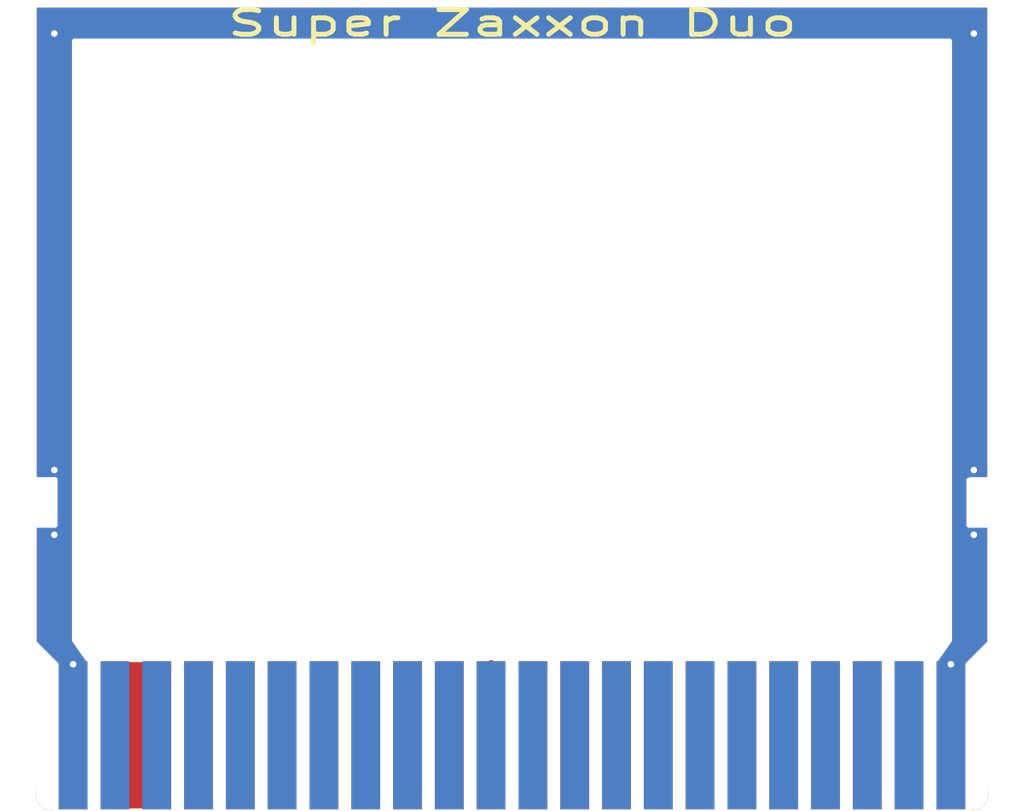
<source format=kicad_pcb>
(kicad_pcb (version 20171130) (host pcbnew "(5.1.2)-1")

  (general
    (thickness 1.6)
    (drawings 468)
    (tracks 62)
    (zones 0)
    (modules 2)
    (nets 29)
  )

  (page A4)
  (title_block
    (title Versa64Cart)
    (date 2017-06-27)
    (rev 1.0)
    (comment 1 "Circuits drawn by BWACK")
    (comment 2 "Based on Jim Brain's Simple64Cart (eagle design)")
  )

  (layers
    (0 F.Cu signal)
    (31 B.Cu signal)
    (32 B.Adhes user hide)
    (33 F.Adhes user hide)
    (34 B.Paste user hide)
    (35 F.Paste user hide)
    (36 B.SilkS user)
    (37 F.SilkS user)
    (38 B.Mask user)
    (39 F.Mask user)
    (40 Dwgs.User user)
    (41 Cmts.User user hide)
    (42 Eco1.User user hide)
    (43 Eco2.User user hide)
    (44 Edge.Cuts user)
    (45 Margin user hide)
    (46 B.CrtYd user)
    (47 F.CrtYd user)
    (48 B.Fab user hide)
    (49 F.Fab user hide)
  )

  (setup
    (last_trace_width 0.25)
    (user_trace_width 0.3)
    (user_trace_width 0.5)
    (user_trace_width 0.75)
    (user_trace_width 1)
    (user_trace_width 1.25)
    (user_trace_width 1.5)
    (user_trace_width 1.75)
    (trace_clearance 0.2)
    (zone_clearance 0.000003)
    (zone_45_only yes)
    (trace_min 0.2)
    (via_size 0.6)
    (via_drill 0.4)
    (via_min_size 0.4)
    (via_min_drill 0.3)
    (uvia_size 0.3)
    (uvia_drill 0.1)
    (uvias_allowed no)
    (uvia_min_size 0.2)
    (uvia_min_drill 0.1)
    (edge_width 0.0254)
    (segment_width 0.2)
    (pcb_text_width 0.3)
    (pcb_text_size 1.5 1.5)
    (mod_edge_width 0.15)
    (mod_text_size 1 1)
    (mod_text_width 0.15)
    (pad_size 1.6 1.6)
    (pad_drill 0.8)
    (pad_to_mask_clearance 0.2)
    (aux_axis_origin 104.648 78.994)
    (grid_origin 104.648 78.994)
    (visible_elements 7FFFFF7F)
    (pcbplotparams
      (layerselection 0x010f0_ffffffff)
      (usegerberextensions true)
      (usegerberattributes true)
      (usegerberadvancedattributes false)
      (creategerberjobfile false)
      (excludeedgelayer true)
      (linewidth 0.100000)
      (plotframeref false)
      (viasonmask false)
      (mode 1)
      (useauxorigin false)
      (hpglpennumber 1)
      (hpglpenspeed 20)
      (hpglpendiameter 15.000000)
      (psnegative false)
      (psa4output false)
      (plotreference true)
      (plotvalue true)
      (plotinvisibletext false)
      (padsonsilk false)
      (subtractmaskfromsilk false)
      (outputformat 1)
      (mirror false)
      (drillshape 0)
      (scaleselection 1)
      (outputdirectory "gerbers/"))
  )

  (net 0 "")
  (net 1 D3)
  (net 2 /A12)
  (net 3 D4)
  (net 4 /A7)
  (net 5 D5)
  (net 6 /A6)
  (net 7 D6)
  (net 8 /A5)
  (net 9 D7)
  (net 10 /A4)
  (net 11 /A3)
  (net 12 /A10)
  (net 13 /A2)
  (net 14 /A1)
  (net 15 /A11)
  (net 16 /A0)
  (net 17 /A9)
  (net 18 D0)
  (net 19 /A8)
  (net 20 D1)
  (net 21 D2)
  (net 22 GND)
  (net 23 +5V)
  (net 24 "Net-(J1-PadF)")
  (net 25 "Net-(J1-PadH)")
  (net 26 "Net-(J1-PadJ)")
  (net 27 /#ROML)
  (net 28 /#ROMH)

  (net_class Default "This is the default net class."
    (clearance 0.2)
    (trace_width 0.25)
    (via_dia 0.6)
    (via_drill 0.4)
    (uvia_dia 0.3)
    (uvia_drill 0.1)
    (add_net +5V)
    (add_net /#ROMH)
    (add_net /#ROML)
    (add_net /A0)
    (add_net /A1)
    (add_net /A10)
    (add_net /A11)
    (add_net /A12)
    (add_net /A2)
    (add_net /A3)
    (add_net /A4)
    (add_net /A5)
    (add_net /A6)
    (add_net /A7)
    (add_net /A8)
    (add_net /A9)
    (add_net D0)
    (add_net D1)
    (add_net D2)
    (add_net D3)
    (add_net D4)
    (add_net D5)
    (add_net D6)
    (add_net D7)
    (add_net GND)
    (add_net "Net-(J1-PadF)")
    (add_net "Net-(J1-PadH)")
    (add_net "Net-(J1-PadJ)")
  )

  (net_class small ""
    (clearance 0.254)
    (trace_width 0.3048)
    (via_dia 0.6)
    (via_drill 0.4)
    (uvia_dia 0.3)
    (uvia_drill 0.1)
  )

  (module Mounting_Holes:MountingHole_5mm (layer F.Cu) (tedit 5952EA9E) (tstamp 594EEF94)
    (at 104.648 78.994)
    (descr "Mounting Hole 5mm, no annular")
    (tags "mounting hole 5mm no annular")
    (fp_text reference REF** (at 0.508 -4.064) (layer F.SilkS) hide
      (effects (font (size 1 1) (thickness 0.15)))
    )
    (fp_text value MountingHole_5mm (at 0 6) (layer F.Fab) hide
      (effects (font (size 1 1) (thickness 0.15)))
    )
    (pad "" np_thru_hole circle (at 0 0) (size 4.826 4.826) (drill 4.826) (layers *.Cu))
  )

  (module UserLibraries:C64_EXPANSION_PORT (layer F.Cu) (tedit 5D2CDF0F) (tstamp 59432908)
    (at 105.918 118.237)
    (path /594318D2)
    (fp_text reference J1 (at 2.921 14.351 unlocked) (layer F.SilkS) hide
      (effects (font (size 1 1) (thickness 0.15)))
    )
    (fp_text value EXPANSION_PORT_C64 (at -20.701 -6.223) (layer F.Fab) hide
      (effects (font (size 1 1) (thickness 0.15)))
    )
    (pad 1 connect rect (at -27.94 0) (size 1.75 9) (layers F.Cu F.Mask)
      (net 22 GND))
    (pad 2 connect rect (at -25.4 0) (size 1.75 9) (layers F.Cu F.Mask)
      (net 23 +5V))
    (pad 3 connect rect (at -22.86 0) (size 1.75 9) (layers F.Cu F.Mask)
      (net 23 +5V))
    (pad 4 connect rect (at -20.32 0) (size 1.75 9) (layers F.Cu F.Mask))
    (pad 5 connect rect (at -17.78 0) (size 1.75 9) (layers F.Cu F.Mask))
    (pad 6 connect rect (at -15.24 0) (size 1.75 9) (layers F.Cu F.Mask))
    (pad 7 connect rect (at -12.7 0) (size 1.75 9) (layers F.Cu F.Mask))
    (pad 8 connect rect (at -10.16 0) (size 1.75 9) (layers F.Cu F.Mask)
      (net 22 GND))
    (pad 9 connect rect (at -7.62 0) (size 1.75 9) (layers F.Cu F.Mask)
      (net 22 GND))
    (pad 10 connect rect (at -5.08 0) (size 1.75 9) (layers F.Cu F.Mask))
    (pad 11 connect rect (at -2.54 0) (size 1.75 9) (layers F.Cu F.Mask)
      (net 27 /#ROML))
    (pad 12 connect rect (at 0 0) (size 1.75 9) (layers F.Cu F.Mask))
    (pad 13 connect rect (at 2.54 0) (size 1.75 9) (layers F.Cu F.Mask))
    (pad 14 connect rect (at 5.08 0) (size 1.75 9) (layers F.Cu F.Mask)
      (net 9 D7))
    (pad 15 connect rect (at 7.62 0) (size 1.75 9) (layers F.Cu F.Mask)
      (net 7 D6))
    (pad 16 connect rect (at 10.16 0) (size 1.75 9) (layers F.Cu F.Mask)
      (net 5 D5))
    (pad 17 connect rect (at 12.7 0) (size 1.75 9) (layers F.Cu F.Mask)
      (net 3 D4))
    (pad 18 connect rect (at 15.24 0) (size 1.75 9) (layers F.Cu F.Mask)
      (net 1 D3))
    (pad 19 connect rect (at 17.78 0) (size 1.75 9) (layers F.Cu F.Mask)
      (net 21 D2))
    (pad 20 connect rect (at 20.32 0) (size 1.75 9) (layers F.Cu F.Mask)
      (net 20 D1))
    (pad 21 connect rect (at 22.86 0) (size 1.75 9) (layers F.Cu F.Mask)
      (net 18 D0))
    (pad 22 connect rect (at 25.4 0) (size 1.75 9) (layers F.Cu F.Mask)
      (net 22 GND))
    (pad A connect rect (at -27.94 0) (size 1.75 9) (layers B.Cu F.Mask)
      (net 22 GND))
    (pad B connect rect (at -25.4 0) (size 1.75 9) (layers B.Cu F.Mask)
      (net 28 /#ROMH))
    (pad C connect rect (at -22.86 0) (size 1.75 9) (layers B.Cu F.Mask))
    (pad D connect rect (at -20.32 0) (size 1.75 9) (layers B.Cu F.Mask))
    (pad E connect rect (at -17.78 0) (size 1.75 9) (layers B.Cu F.Mask))
    (pad F connect rect (at -15.24 0) (size 1.75 9) (layers B.Cu F.Mask)
      (net 24 "Net-(J1-PadF)"))
    (pad H connect rect (at -12.7 0) (size 1.75 9) (layers B.Cu F.Mask)
      (net 25 "Net-(J1-PadH)"))
    (pad J connect rect (at -10.16 0) (size 1.75 9) (layers B.Cu F.Mask)
      (net 26 "Net-(J1-PadJ)"))
    (pad K connect rect (at -7.62 0) (size 1.75 9) (layers B.Cu F.Mask)
      (net 2 /A12))
    (pad L connect rect (at -5.08 0) (size 1.75 9) (layers B.Cu F.Mask)
      (net 15 /A11))
    (pad M connect rect (at -2.54 0) (size 1.75 9) (layers B.Cu F.Mask)
      (net 12 /A10))
    (pad N connect rect (at 0 0) (size 1.75 9) (layers B.Cu F.Mask)
      (net 17 /A9))
    (pad P connect rect (at 2.54 0) (size 1.75 9) (layers B.Cu F.Mask)
      (net 19 /A8))
    (pad R connect rect (at 5.08 0) (size 1.75 9) (layers B.Cu F.Mask)
      (net 4 /A7))
    (pad S connect rect (at 7.62 0) (size 1.75 9) (layers B.Cu F.Mask)
      (net 6 /A6))
    (pad T connect rect (at 10.16 0) (size 1.75 9) (layers B.Cu F.Mask)
      (net 8 /A5))
    (pad U connect rect (at 12.7 0) (size 1.75 9) (layers B.Cu F.Mask)
      (net 10 /A4))
    (pad V connect rect (at 15.24 0) (size 1.75 9) (layers B.Cu F.Mask)
      (net 11 /A3))
    (pad W connect rect (at 17.78 0) (size 1.75 9) (layers B.Cu F.Mask)
      (net 13 /A2))
    (pad X connect rect (at 20.32 0) (size 1.75 9) (layers B.Cu F.Mask)
      (net 14 /A1))
    (pad Y connect rect (at 22.86 0) (size 1.75 9) (layers B.Cu F.Mask)
      (net 16 /A0))
    (pad Z connect rect (at 25.4 0) (size 1.75 9) (layers B.Cu F.Mask)
      (net 22 GND))
  )

  (gr_poly (pts (xy 75.692 122.809) (xy 75.692 114.3) (xy 133.604 114.3) (xy 133.604 122.809)) (layer B.Mask) (width 0.1) (tstamp 5D2D0A67))
  (gr_poly (pts (xy 75.692 114.3) (xy 75.692 122.809) (xy 133.604 122.809) (xy 133.604 114.3)) (layer F.Mask) (width 0.1))
  (gr_text "Super Zaxxon Duo" (at 104.6734 74.93) (layer F.SilkS)
    (effects (font (size 1.5 2.5) (thickness 0.3)))
  )
  (gr_poly (pts (xy 131.699 76.2) (xy 131.064 75.565) (xy 131.699 75.565)) (layer B.Cu) (width 0.1) (tstamp 5D2C52C5))
  (gr_poly (pts (xy 132.08 113.919) (xy 133.477 112.522) (xy 133.477 105.664) (xy 132.334 105.664) (xy 132.207 105.537) (xy 132.207 102.616) (xy 132.461 102.489) (xy 133.477 102.489) (xy 133.477 74.041) (xy 75.819 74.041) (xy 75.819 102.489) (xy 76.962 102.489) (xy 77.089 102.616) (xy 77.089 105.537) (xy 76.962 105.664) (xy 75.819 105.664) (xy 75.819 112.522) (xy 77.216 113.919) (xy 78.74 113.792) (xy 77.851 112.522) (xy 77.851 106.426) (xy 77.851 105.918) (xy 77.851 102.235) (xy 77.851 101.854) (xy 77.851 75.946) (xy 77.978 75.819) (xy 131.445 75.819) (xy 131.445 101.4095) (xy 131.445 102.235) (xy 131.445 106.045) (xy 131.445 106.553) (xy 131.445 112.522) (xy 130.556 113.792) (xy 130.556 113.919) (xy 130.556 114.046) (xy 130.556 114.173) (xy 132.08 114.173)) (layer B.Cu) (width 0.1) (tstamp 5D2C52B2))
  (gr_poly (pts (xy 78.232 75.565) (xy 77.597 76.2) (xy 77.597 75.565)) (layer F.Cu) (width 0.1))
  (gr_poly (pts (xy 77.216 113.919) (xy 75.819 112.522) (xy 75.819 105.664) (xy 76.962 105.664) (xy 77.089 105.537) (xy 77.089 102.616) (xy 76.962 102.489) (xy 75.819 102.489) (xy 75.819 74.041) (xy 133.477 74.041) (xy 133.477 102.489) (xy 132.334 102.489) (xy 132.207 102.616) (xy 132.207 105.537) (xy 132.334 105.664) (xy 133.477 105.664) (xy 133.477 112.522) (xy 132.08 113.919) (xy 130.556 113.792) (xy 131.445 112.522) (xy 131.445 106.426) (xy 131.445 105.918) (xy 131.445 102.235) (xy 131.445 101.854) (xy 131.445 75.946) (xy 131.318 75.819) (xy 77.851 75.819) (xy 77.851 101.6) (xy 77.851 102.235) (xy 77.851 106.045) (xy 77.851 106.553) (xy 77.851 112.522) (xy 78.74 113.792) (xy 78.74 113.919) (xy 78.74 114.046) (xy 78.74 114.173) (xy 77.216 114.173)) (layer F.Cu) (width 0.1))
  (gr_circle (center 104.648 78.994) (end 107.823 78.994) (layer B.CrtYd) (width 0.2))
  (gr_circle (center 104.648 78.994) (end 107.823 78.994) (layer F.CrtYd) (width 0.2))
  (gr_line (start 130.683 108.204) (end 130.683 109.474) (angle 90) (layer Cmts.User) (width 0.2))
  (gr_line (start 68.453 108.204) (end 68.453 110.109) (angle 90) (layer Cmts.User) (width 0.2))
  (gr_line (start 130.683 108.204) (end 68.453 108.204) (angle 90) (layer Cmts.User) (width 0.2))
  (gr_line (start 130.683 110.109) (end 130.683 109.474) (angle 90) (layer Cmts.User) (width 0.2))
  (gr_line (start 68.453 110.109) (end 130.683 110.109) (angle 90) (layer Cmts.User) (width 0.2))
  (gr_line (start 75.692 121.412) (end 75.692 121.793) (angle 90) (layer Edge.Cuts) (width 0.0254))
  (gr_arc (start 76.708 121.793) (end 76.708 122.809) (angle 90) (layer Edge.Cuts) (width 0.0254))
  (gr_line (start 133.604 121.793) (end 133.604 121.412) (angle 90) (layer Edge.Cuts) (width 0.0254))
  (gr_arc (start 132.588 121.793) (end 133.604 121.793) (angle 90) (layer Edge.Cuts) (width 0.0254))
  (gr_line (start 75.692 73.914) (end 133.604 73.914) (angle 90) (layer Edge.Cuts) (width 0.001))
  (gr_line (start 133.604 73.914) (end 133.604 121.412) (angle 90) (layer Edge.Cuts) (width 0.001))
  (gr_line (start 75.692 73.914) (end 75.692 121.412) (angle 90) (layer Edge.Cuts) (width 0.001))
  (gr_line (start 76.708 122.809) (end 132.588 122.809) (angle 90) (layer Edge.Cuts) (width 0.001))
  (gr_line (start 130.8751 34.3802) (end 68.1601 34.3802) (layer Cmts.User) (width 0.1))
  (gr_line (start 130.8751 42.8154) (end 130.8751 34.3802) (layer Cmts.User) (width 0.1))
  (gr_line (start 128.4101 42.8154) (end 130.8751 42.8154) (layer Cmts.User) (width 0.1))
  (gr_line (start 128.4031 42.8165) (end 128.4101 42.8154) (layer Cmts.User) (width 0.1))
  (gr_line (start 128.3971 42.8165) (end 128.4031 42.8165) (layer Cmts.User) (width 0.1))
  (gr_line (start 128.3901 42.8188) (end 128.3971 42.8165) (layer Cmts.User) (width 0.1))
  (gr_line (start 128.3841 42.8199) (end 128.3901 42.8188) (layer Cmts.User) (width 0.1))
  (gr_line (start 128.3781 42.8232) (end 128.3841 42.8199) (layer Cmts.User) (width 0.1))
  (gr_line (start 128.3721 42.8254) (end 128.3781 42.8232) (layer Cmts.User) (width 0.1))
  (gr_line (start 128.3671 42.8297) (end 128.3721 42.8254) (layer Cmts.User) (width 0.1))
  (gr_line (start 128.3611 42.8329) (end 128.3671 42.8297) (layer Cmts.User) (width 0.1))
  (gr_line (start 128.3571 42.838) (end 128.3611 42.8329) (layer Cmts.User) (width 0.1))
  (gr_line (start 128.3521 42.8422) (end 128.3571 42.838) (layer Cmts.User) (width 0.1))
  (gr_line (start 128.3491 42.8479) (end 128.3521 42.8422) (layer Cmts.User) (width 0.1))
  (gr_line (start 128.3451 42.8529) (end 128.3491 42.8479) (layer Cmts.User) (width 0.1))
  (gr_line (start 128.3421 42.8591) (end 128.3451 42.8529) (layer Cmts.User) (width 0.1))
  (gr_line (start 128.3391 42.8647) (end 128.3421 42.8591) (layer Cmts.User) (width 0.1))
  (gr_line (start 128.3381 42.8712) (end 128.3391 42.8647) (layer Cmts.User) (width 0.1))
  (gr_line (start 128.3361 42.8774) (end 128.3381 42.8712) (layer Cmts.User) (width 0.1))
  (gr_line (start 128.3361 42.8839) (end 128.3361 42.8774) (layer Cmts.User) (width 0.1))
  (gr_line (start 128.3351 42.8904) (end 128.3361 42.8839) (layer Cmts.User) (width 0.1))
  (gr_line (start 128.3351 46.1162) (end 128.3351 42.8904) (layer Cmts.User) (width 0.1))
  (gr_line (start 128.3361 46.1227) (end 128.3351 46.1162) (layer Cmts.User) (width 0.1))
  (gr_line (start 128.3361 46.1292) (end 128.3361 46.1227) (layer Cmts.User) (width 0.1))
  (gr_line (start 128.3381 46.1354) (end 128.3361 46.1292) (layer Cmts.User) (width 0.1))
  (gr_line (start 128.3391 46.1419) (end 128.3381 46.1354) (layer Cmts.User) (width 0.1))
  (gr_line (start 128.3421 46.1475) (end 128.3391 46.1419) (layer Cmts.User) (width 0.1))
  (gr_line (start 128.3451 46.1537) (end 128.3421 46.1475) (layer Cmts.User) (width 0.1))
  (gr_line (start 128.3491 46.1587) (end 128.3451 46.1537) (layer Cmts.User) (width 0.1))
  (gr_line (start 128.3521 46.1644) (end 128.3491 46.1587) (layer Cmts.User) (width 0.1))
  (gr_line (start 128.3571 46.1686) (end 128.3521 46.1644) (layer Cmts.User) (width 0.1))
  (gr_line (start 128.3611 46.1737) (end 128.3571 46.1686) (layer Cmts.User) (width 0.1))
  (gr_line (start 128.3671 46.1769) (end 128.3611 46.1737) (layer Cmts.User) (width 0.1))
  (gr_line (start 128.3721 46.1812) (end 128.3671 46.1769) (layer Cmts.User) (width 0.1))
  (gr_line (start 128.3781 46.1834) (end 128.3721 46.1812) (layer Cmts.User) (width 0.1))
  (gr_line (start 128.3841 46.1867) (end 128.3781 46.1834) (layer Cmts.User) (width 0.1))
  (gr_line (start 128.3901 46.1878) (end 128.3841 46.1867) (layer Cmts.User) (width 0.1))
  (gr_line (start 128.3971 46.1901) (end 128.3901 46.1878) (layer Cmts.User) (width 0.1))
  (gr_line (start 128.4031 46.1901) (end 128.3971 46.1901) (layer Cmts.User) (width 0.1))
  (gr_line (start 128.4101 46.1912) (end 128.4031 46.1901) (layer Cmts.User) (width 0.1))
  (gr_line (start 130.8751 46.1912) (end 128.4101 46.1912) (layer Cmts.User) (width 0.1))
  (gr_line (start 130.8751 100.2196) (end 130.8751 46.1912) (layer Cmts.User) (width 0.1))
  (gr_line (start 128.4101 100.2196) (end 130.8751 100.2196) (layer Cmts.User) (width 0.1))
  (gr_line (start 128.4031 100.2206) (end 128.4101 100.2196) (layer Cmts.User) (width 0.1))
  (gr_line (start 128.3971 100.2206) (end 128.4031 100.2206) (layer Cmts.User) (width 0.1))
  (gr_line (start 128.3901 100.2226) (end 128.3971 100.2206) (layer Cmts.User) (width 0.1))
  (gr_line (start 128.3841 100.2236) (end 128.3901 100.2226) (layer Cmts.User) (width 0.1))
  (gr_line (start 128.3781 100.2276) (end 128.3841 100.2236) (layer Cmts.User) (width 0.1))
  (gr_line (start 128.3721 100.2296) (end 128.3781 100.2276) (layer Cmts.User) (width 0.1))
  (gr_line (start 128.3671 100.2336) (end 128.3721 100.2296) (layer Cmts.User) (width 0.1))
  (gr_line (start 128.3611 100.2366) (end 128.3671 100.2336) (layer Cmts.User) (width 0.1))
  (gr_line (start 128.3571 100.2416) (end 128.3611 100.2366) (layer Cmts.User) (width 0.1))
  (gr_line (start 128.3521 100.2466) (end 128.3571 100.2416) (layer Cmts.User) (width 0.1))
  (gr_line (start 128.3491 100.2516) (end 128.3521 100.2466) (layer Cmts.User) (width 0.1))
  (gr_line (start 128.3451 100.2566) (end 128.3491 100.2516) (layer Cmts.User) (width 0.1))
  (gr_line (start 128.3421 100.2626) (end 128.3451 100.2566) (layer Cmts.User) (width 0.1))
  (gr_line (start 128.3391 100.2686) (end 128.3421 100.2626) (layer Cmts.User) (width 0.1))
  (gr_line (start 128.3381 100.2756) (end 128.3391 100.2686) (layer Cmts.User) (width 0.1))
  (gr_line (start 128.3361 100.2816) (end 128.3381 100.2756) (layer Cmts.User) (width 0.1))
  (gr_line (start 128.3361 100.2876) (end 128.3361 100.2816) (layer Cmts.User) (width 0.1))
  (gr_line (start 128.3351 100.2946) (end 128.3361 100.2876) (layer Cmts.User) (width 0.1))
  (gr_line (start 128.3351 102.8856) (end 128.3351 100.2946) (layer Cmts.User) (width 0.1))
  (gr_line (start 128.3361 102.8916) (end 128.3351 102.8856) (layer Cmts.User) (width 0.1))
  (gr_line (start 128.3361 102.8986) (end 128.3361 102.8916) (layer Cmts.User) (width 0.1))
  (gr_line (start 128.3381 102.9046) (end 128.3361 102.8986) (layer Cmts.User) (width 0.1))
  (gr_line (start 128.3391 102.9106) (end 128.3381 102.9046) (layer Cmts.User) (width 0.1))
  (gr_line (start 128.3421 102.9166) (end 128.3391 102.9106) (layer Cmts.User) (width 0.1))
  (gr_line (start 128.3451 102.9226) (end 128.3421 102.9166) (layer Cmts.User) (width 0.1))
  (gr_line (start 128.3491 102.9276) (end 128.3451 102.9226) (layer Cmts.User) (width 0.1))
  (gr_line (start 128.3521 102.9336) (end 128.3491 102.9276) (layer Cmts.User) (width 0.1))
  (gr_line (start 128.3571 102.9376) (end 128.3521 102.9336) (layer Cmts.User) (width 0.1))
  (gr_line (start 128.3611 102.9426) (end 128.3571 102.9376) (layer Cmts.User) (width 0.1))
  (gr_line (start 128.3671 102.9456) (end 128.3611 102.9426) (layer Cmts.User) (width 0.1))
  (gr_line (start 128.3721 102.9506) (end 128.3671 102.9456) (layer Cmts.User) (width 0.1))
  (gr_line (start 128.3781 102.9526) (end 128.3721 102.9506) (layer Cmts.User) (width 0.1))
  (gr_line (start 128.3841 102.9556) (end 128.3781 102.9526) (layer Cmts.User) (width 0.1))
  (gr_line (start 128.3901 102.9566) (end 128.3841 102.9556) (layer Cmts.User) (width 0.1))
  (gr_line (start 128.3971 102.9586) (end 128.3901 102.9566) (layer Cmts.User) (width 0.1))
  (gr_line (start 128.4031 102.9586) (end 128.3971 102.9586) (layer Cmts.User) (width 0.1))
  (gr_line (start 128.4101 102.9606) (end 128.4031 102.9586) (layer Cmts.User) (width 0.1))
  (gr_line (start 130.8751 102.9606) (end 128.4101 102.9606) (layer Cmts.User) (width 0.1))
  (gr_line (start 130.8751 120.3366) (end 130.8751 102.9606) (layer Cmts.User) (width 0.1))
  (gr_line (start 68.1601 120.3366) (end 130.8751 120.3366) (layer Cmts.User) (width 0.1))
  (gr_line (start 68.1601 102.9606) (end 68.1601 120.3366) (layer Cmts.User) (width 0.1))
  (gr_line (start 70.6251 102.9606) (end 68.1601 102.9606) (layer Cmts.User) (width 0.1))
  (gr_line (start 70.6311 102.9586) (end 70.6251 102.9606) (layer Cmts.User) (width 0.1))
  (gr_line (start 70.6381 102.9586) (end 70.6311 102.9586) (layer Cmts.User) (width 0.1))
  (gr_line (start 70.6441 102.9566) (end 70.6381 102.9586) (layer Cmts.User) (width 0.1))
  (gr_line (start 70.6501 102.9556) (end 70.6441 102.9566) (layer Cmts.User) (width 0.1))
  (gr_line (start 70.6561 102.9526) (end 70.6501 102.9556) (layer Cmts.User) (width 0.1))
  (gr_line (start 70.6621 102.9506) (end 70.6561 102.9526) (layer Cmts.User) (width 0.1))
  (gr_line (start 70.6671 102.9456) (end 70.6621 102.9506) (layer Cmts.User) (width 0.1))
  (gr_line (start 70.6731 102.9426) (end 70.6671 102.9456) (layer Cmts.User) (width 0.1))
  (gr_line (start 70.6771 102.9376) (end 70.6731 102.9426) (layer Cmts.User) (width 0.1))
  (gr_line (start 70.6821 102.9336) (end 70.6771 102.9376) (layer Cmts.User) (width 0.1))
  (gr_line (start 70.6851 102.9276) (end 70.6821 102.9336) (layer Cmts.User) (width 0.1))
  (gr_line (start 70.6901 102.9226) (end 70.6851 102.9276) (layer Cmts.User) (width 0.1))
  (gr_line (start 70.6921 102.9166) (end 70.6901 102.9226) (layer Cmts.User) (width 0.1))
  (gr_line (start 70.6951 102.9106) (end 70.6921 102.9166) (layer Cmts.User) (width 0.1))
  (gr_line (start 70.6961 102.9046) (end 70.6951 102.9106) (layer Cmts.User) (width 0.1))
  (gr_line (start 70.6981 102.8986) (end 70.6961 102.9046) (layer Cmts.User) (width 0.1))
  (gr_line (start 70.6981 102.8916) (end 70.6981 102.8986) (layer Cmts.User) (width 0.1))
  (gr_line (start 70.7001 102.8856) (end 70.6981 102.8916) (layer Cmts.User) (width 0.1))
  (gr_line (start 70.7001 100.2946) (end 70.7001 102.8856) (layer Cmts.User) (width 0.1))
  (gr_line (start 70.6981 100.2876) (end 70.7001 100.2946) (layer Cmts.User) (width 0.1))
  (gr_line (start 70.6981 100.2816) (end 70.6981 100.2876) (layer Cmts.User) (width 0.1))
  (gr_line (start 70.6961 100.2756) (end 70.6981 100.2816) (layer Cmts.User) (width 0.1))
  (gr_line (start 70.6951 100.2686) (end 70.6961 100.2756) (layer Cmts.User) (width 0.1))
  (gr_line (start 70.6921 100.2626) (end 70.6951 100.2686) (layer Cmts.User) (width 0.1))
  (gr_line (start 70.6901 100.2566) (end 70.6921 100.2626) (layer Cmts.User) (width 0.1))
  (gr_line (start 70.6851 100.2516) (end 70.6901 100.2566) (layer Cmts.User) (width 0.1))
  (gr_line (start 70.6821 100.2466) (end 70.6851 100.2516) (layer Cmts.User) (width 0.1))
  (gr_line (start 70.6771 100.2416) (end 70.6821 100.2466) (layer Cmts.User) (width 0.1))
  (gr_line (start 70.6731 100.2366) (end 70.6771 100.2416) (layer Cmts.User) (width 0.1))
  (gr_line (start 70.6671 100.2336) (end 70.6731 100.2366) (layer Cmts.User) (width 0.1))
  (gr_line (start 70.6621 100.2296) (end 70.6671 100.2336) (layer Cmts.User) (width 0.1))
  (gr_line (start 70.6561 100.2276) (end 70.6621 100.2296) (layer Cmts.User) (width 0.1))
  (gr_line (start 70.6501 100.2236) (end 70.6561 100.2276) (layer Cmts.User) (width 0.1))
  (gr_line (start 70.6441 100.2226) (end 70.6501 100.2236) (layer Cmts.User) (width 0.1))
  (gr_line (start 70.6381 100.2206) (end 70.6441 100.2226) (layer Cmts.User) (width 0.1))
  (gr_line (start 70.6311 100.2206) (end 70.6381 100.2206) (layer Cmts.User) (width 0.1))
  (gr_line (start 70.6251 100.2196) (end 70.6311 100.2206) (layer Cmts.User) (width 0.1))
  (gr_line (start 68.1601 100.2196) (end 70.6251 100.2196) (layer Cmts.User) (width 0.1))
  (gr_line (start 68.1601 46.1912) (end 68.1601 100.2196) (layer Cmts.User) (width 0.1))
  (gr_line (start 70.6251 46.1912) (end 68.1601 46.1912) (layer Cmts.User) (width 0.1))
  (gr_line (start 70.6311 46.1901) (end 70.6251 46.1912) (layer Cmts.User) (width 0.1))
  (gr_line (start 70.6381 46.1901) (end 70.6311 46.1901) (layer Cmts.User) (width 0.1))
  (gr_line (start 70.6441 46.1878) (end 70.6381 46.1901) (layer Cmts.User) (width 0.1))
  (gr_line (start 70.6501 46.1867) (end 70.6441 46.1878) (layer Cmts.User) (width 0.1))
  (gr_line (start 70.6561 46.1834) (end 70.6501 46.1867) (layer Cmts.User) (width 0.1))
  (gr_line (start 70.6621 46.1812) (end 70.6561 46.1834) (layer Cmts.User) (width 0.1))
  (gr_line (start 70.6671 46.1769) (end 70.6621 46.1812) (layer Cmts.User) (width 0.1))
  (gr_line (start 70.6731 46.1737) (end 70.6671 46.1769) (layer Cmts.User) (width 0.1))
  (gr_line (start 70.6771 46.1686) (end 70.6731 46.1737) (layer Cmts.User) (width 0.1))
  (gr_line (start 70.6821 46.1644) (end 70.6771 46.1686) (layer Cmts.User) (width 0.1))
  (gr_line (start 70.6851 46.1587) (end 70.6821 46.1644) (layer Cmts.User) (width 0.1))
  (gr_line (start 70.6901 46.1537) (end 70.6851 46.1587) (layer Cmts.User) (width 0.1))
  (gr_line (start 70.6921 46.1475) (end 70.6901 46.1537) (layer Cmts.User) (width 0.1))
  (gr_line (start 70.6951 46.1419) (end 70.6921 46.1475) (layer Cmts.User) (width 0.1))
  (gr_line (start 70.6961 46.1354) (end 70.6951 46.1419) (layer Cmts.User) (width 0.1))
  (gr_line (start 70.6981 46.1292) (end 70.6961 46.1354) (layer Cmts.User) (width 0.1))
  (gr_line (start 70.6981 46.1227) (end 70.6981 46.1292) (layer Cmts.User) (width 0.1))
  (gr_line (start 70.7001 46.1162) (end 70.6981 46.1227) (layer Cmts.User) (width 0.1))
  (gr_line (start 70.7001 42.8904) (end 70.7001 46.1162) (layer Cmts.User) (width 0.1))
  (gr_line (start 70.6981 42.8839) (end 70.7001 42.8904) (layer Cmts.User) (width 0.1))
  (gr_line (start 70.6981 42.8774) (end 70.6981 42.8839) (layer Cmts.User) (width 0.1))
  (gr_line (start 70.6961 42.8712) (end 70.6981 42.8774) (layer Cmts.User) (width 0.1))
  (gr_line (start 70.6951 42.8647) (end 70.6961 42.8712) (layer Cmts.User) (width 0.1))
  (gr_line (start 70.6921 42.8591) (end 70.6951 42.8647) (layer Cmts.User) (width 0.1))
  (gr_line (start 70.6901 42.8529) (end 70.6921 42.8591) (layer Cmts.User) (width 0.1))
  (gr_line (start 70.6851 42.8479) (end 70.6901 42.8529) (layer Cmts.User) (width 0.1))
  (gr_line (start 70.6821 42.8422) (end 70.6851 42.8479) (layer Cmts.User) (width 0.1))
  (gr_line (start 70.6771 42.838) (end 70.6821 42.8422) (layer Cmts.User) (width 0.1))
  (gr_line (start 70.6731 42.8329) (end 70.6771 42.838) (layer Cmts.User) (width 0.1))
  (gr_line (start 70.6671 42.8297) (end 70.6731 42.8329) (layer Cmts.User) (width 0.1))
  (gr_line (start 70.6621 42.8254) (end 70.6671 42.8297) (layer Cmts.User) (width 0.1))
  (gr_line (start 70.6561 42.8232) (end 70.6621 42.8254) (layer Cmts.User) (width 0.1))
  (gr_line (start 70.6501 42.8199) (end 70.6561 42.8232) (layer Cmts.User) (width 0.1))
  (gr_line (start 70.6441 42.8188) (end 70.6501 42.8199) (layer Cmts.User) (width 0.1))
  (gr_line (start 70.6381 42.8165) (end 70.6441 42.8188) (layer Cmts.User) (width 0.1))
  (gr_line (start 70.6311 42.8165) (end 70.6381 42.8165) (layer Cmts.User) (width 0.1))
  (gr_line (start 70.6251 42.8154) (end 70.6311 42.8165) (layer Cmts.User) (width 0.1))
  (gr_line (start 68.1601 42.8154) (end 70.6251 42.8154) (layer Cmts.User) (width 0.1))
  (gr_line (start 68.1601 34.3802) (end 68.1601 42.8154) (layer Cmts.User) (width 0.1))
  (gr_line (start 133.4781 32.3482) (end 65.5561 32.3482) (layer Cmts.User) (width 0.1))
  (gr_line (start 133.4781 120.3366) (end 133.4781 32.3482) (layer Cmts.User) (width 0.1))
  (gr_line (start 131.0251 120.3366) (end 133.4781 120.3366) (layer Cmts.User) (width 0.1))
  (gr_line (start 131.0251 102.8856) (end 131.0251 120.3366) (layer Cmts.User) (width 0.1))
  (gr_line (start 131.0231 102.8786) (end 131.0251 102.8856) (layer Cmts.User) (width 0.1))
  (gr_line (start 131.0231 102.8726) (end 131.0231 102.8786) (layer Cmts.User) (width 0.1))
  (gr_line (start 131.0211 102.8656) (end 131.0231 102.8726) (layer Cmts.User) (width 0.1))
  (gr_line (start 131.0201 102.8596) (end 131.0211 102.8656) (layer Cmts.User) (width 0.1))
  (gr_line (start 131.0171 102.8536) (end 131.0201 102.8596) (layer Cmts.User) (width 0.1))
  (gr_line (start 131.0151 102.8476) (end 131.0171 102.8536) (layer Cmts.User) (width 0.1))
  (gr_line (start 131.0101 102.8426) (end 131.0151 102.8476) (layer Cmts.User) (width 0.1))
  (gr_line (start 131.0071 102.8366) (end 131.0101 102.8426) (layer Cmts.User) (width 0.1))
  (gr_line (start 131.0021 102.8326) (end 131.0071 102.8366) (layer Cmts.User) (width 0.1))
  (gr_line (start 130.9981 102.8276) (end 131.0021 102.8326) (layer Cmts.User) (width 0.1))
  (gr_line (start 130.9921 102.8246) (end 130.9981 102.8276) (layer Cmts.User) (width 0.1))
  (gr_line (start 130.9871 102.8206) (end 130.9921 102.8246) (layer Cmts.User) (width 0.1))
  (gr_line (start 130.9811 102.8176) (end 130.9871 102.8206) (layer Cmts.User) (width 0.1))
  (gr_line (start 130.9751 102.8146) (end 130.9811 102.8176) (layer Cmts.User) (width 0.1))
  (gr_line (start 130.9691 102.8136) (end 130.9751 102.8146) (layer Cmts.User) (width 0.1))
  (gr_line (start 130.9631 102.8116) (end 130.9691 102.8136) (layer Cmts.User) (width 0.1))
  (gr_line (start 130.9561 102.8116) (end 130.9631 102.8116) (layer Cmts.User) (width 0.1))
  (gr_line (start 130.9501 102.8106) (end 130.9561 102.8116) (layer Cmts.User) (width 0.1))
  (gr_line (start 128.4851 102.8106) (end 130.9501 102.8106) (layer Cmts.User) (width 0.1))
  (gr_line (start 128.4851 100.3696) (end 128.4851 102.8106) (layer Cmts.User) (width 0.1))
  (gr_line (start 130.9501 100.3696) (end 128.4851 100.3696) (layer Cmts.User) (width 0.1))
  (gr_line (start 130.9561 100.3686) (end 130.9501 100.3696) (layer Cmts.User) (width 0.1))
  (gr_line (start 130.9631 100.3686) (end 130.9561 100.3686) (layer Cmts.User) (width 0.1))
  (gr_line (start 130.9691 100.3656) (end 130.9631 100.3686) (layer Cmts.User) (width 0.1))
  (gr_line (start 130.9751 100.3646) (end 130.9691 100.3656) (layer Cmts.User) (width 0.1))
  (gr_line (start 130.9811 100.3616) (end 130.9751 100.3646) (layer Cmts.User) (width 0.1))
  (gr_line (start 130.9871 100.3596) (end 130.9811 100.3616) (layer Cmts.User) (width 0.1))
  (gr_line (start 130.9921 100.3556) (end 130.9871 100.3596) (layer Cmts.User) (width 0.1))
  (gr_line (start 130.9981 100.3516) (end 130.9921 100.3556) (layer Cmts.User) (width 0.1))
  (gr_line (start 131.0021 100.3466) (end 130.9981 100.3516) (layer Cmts.User) (width 0.1))
  (gr_line (start 131.0071 100.3426) (end 131.0021 100.3466) (layer Cmts.User) (width 0.1))
  (gr_line (start 131.0101 100.3366) (end 131.0071 100.3426) (layer Cmts.User) (width 0.1))
  (gr_line (start 131.0151 100.3316) (end 131.0101 100.3366) (layer Cmts.User) (width 0.1))
  (gr_line (start 131.0171 100.3256) (end 131.0151 100.3316) (layer Cmts.User) (width 0.1))
  (gr_line (start 131.0201 100.3196) (end 131.0171 100.3256) (layer Cmts.User) (width 0.1))
  (gr_line (start 131.0211 100.3136) (end 131.0201 100.3196) (layer Cmts.User) (width 0.1))
  (gr_line (start 131.0231 100.3076) (end 131.0211 100.3136) (layer Cmts.User) (width 0.1))
  (gr_line (start 131.0231 100.3006) (end 131.0231 100.3076) (layer Cmts.User) (width 0.1))
  (gr_line (start 131.0251 100.2946) (end 131.0231 100.3006) (layer Cmts.User) (width 0.1))
  (gr_line (start 131.0251 46.1162) (end 131.0251 100.2946) (layer Cmts.User) (width 0.1))
  (gr_line (start 131.0231 46.1097) (end 131.0251 46.1162) (layer Cmts.User) (width 0.1))
  (gr_line (start 131.0231 46.1032) (end 131.0231 46.1097) (layer Cmts.User) (width 0.1))
  (gr_line (start 131.0211 46.097) (end 131.0231 46.1032) (layer Cmts.User) (width 0.1))
  (gr_line (start 131.0201 46.0905) (end 131.0211 46.097) (layer Cmts.User) (width 0.1))
  (gr_line (start 131.0171 46.0849) (end 131.0201 46.0905) (layer Cmts.User) (width 0.1))
  (gr_line (start 131.0151 46.0787) (end 131.0171 46.0849) (layer Cmts.User) (width 0.1))
  (gr_line (start 131.0101 46.0737) (end 131.0151 46.0787) (layer Cmts.User) (width 0.1))
  (gr_line (start 131.0071 46.068) (end 131.0101 46.0737) (layer Cmts.User) (width 0.1))
  (gr_line (start 131.0021 46.0638) (end 131.0071 46.068) (layer Cmts.User) (width 0.1))
  (gr_line (start 130.9981 46.0587) (end 131.0021 46.0638) (layer Cmts.User) (width 0.1))
  (gr_line (start 130.9921 46.0555) (end 130.9981 46.0587) (layer Cmts.User) (width 0.1))
  (gr_line (start 130.9871 46.0512) (end 130.9921 46.0555) (layer Cmts.User) (width 0.1))
  (gr_line (start 130.9811 46.049) (end 130.9871 46.0512) (layer Cmts.User) (width 0.1))
  (gr_line (start 130.9751 46.0457) (end 130.9811 46.049) (layer Cmts.User) (width 0.1))
  (gr_line (start 130.9691 46.0446) (end 130.9751 46.0457) (layer Cmts.User) (width 0.1))
  (gr_line (start 130.9631 46.0423) (end 130.9691 46.0446) (layer Cmts.User) (width 0.1))
  (gr_line (start 130.9561 46.0423) (end 130.9631 46.0423) (layer Cmts.User) (width 0.1))
  (gr_line (start 130.9501 46.0412) (end 130.9561 46.0423) (layer Cmts.User) (width 0.1))
  (gr_line (start 128.4851 46.0412) (end 130.9501 46.0412) (layer Cmts.User) (width 0.1))
  (gr_line (start 128.4851 42.9654) (end 128.4851 46.0412) (layer Cmts.User) (width 0.1))
  (gr_line (start 130.9501 42.9654) (end 128.4851 42.9654) (layer Cmts.User) (width 0.1))
  (gr_line (start 130.9561 42.9643) (end 130.9501 42.9654) (layer Cmts.User) (width 0.1))
  (gr_line (start 130.9631 42.9643) (end 130.9561 42.9643) (layer Cmts.User) (width 0.1))
  (gr_line (start 130.9691 42.962) (end 130.9631 42.9643) (layer Cmts.User) (width 0.1))
  (gr_line (start 130.9751 42.9609) (end 130.9691 42.962) (layer Cmts.User) (width 0.1))
  (gr_line (start 130.9811 42.9576) (end 130.9751 42.9609) (layer Cmts.User) (width 0.1))
  (gr_line (start 130.9871 42.9554) (end 130.9811 42.9576) (layer Cmts.User) (width 0.1))
  (gr_line (start 130.9921 42.9511) (end 130.9871 42.9554) (layer Cmts.User) (width 0.1))
  (gr_line (start 130.9981 42.9479) (end 130.9921 42.9511) (layer Cmts.User) (width 0.1))
  (gr_line (start 131.0021 42.9428) (end 130.9981 42.9479) (layer Cmts.User) (width 0.1))
  (gr_line (start 131.0071 42.9386) (end 131.0021 42.9428) (layer Cmts.User) (width 0.1))
  (gr_line (start 131.0101 42.9329) (end 131.0071 42.9386) (layer Cmts.User) (width 0.1))
  (gr_line (start 131.0151 42.9279) (end 131.0101 42.9329) (layer Cmts.User) (width 0.1))
  (gr_line (start 131.0171 42.9217) (end 131.0151 42.9279) (layer Cmts.User) (width 0.1))
  (gr_line (start 131.0201 42.9161) (end 131.0171 42.9217) (layer Cmts.User) (width 0.1))
  (gr_line (start 131.0211 42.9096) (end 131.0201 42.9161) (layer Cmts.User) (width 0.1))
  (gr_line (start 131.0231 42.9034) (end 131.0211 42.9096) (layer Cmts.User) (width 0.1))
  (gr_line (start 131.0231 42.8969) (end 131.0231 42.9034) (layer Cmts.User) (width 0.1))
  (gr_line (start 131.0251 42.8904) (end 131.0231 42.8969) (layer Cmts.User) (width 0.1))
  (gr_line (start 131.0251 34.3052) (end 131.0251 42.8904) (layer Cmts.User) (width 0.1))
  (gr_line (start 131.0231 34.2987) (end 131.0251 34.3052) (layer Cmts.User) (width 0.1))
  (gr_line (start 131.0231 34.2922) (end 131.0231 34.2987) (layer Cmts.User) (width 0.1))
  (gr_line (start 131.0211 34.286) (end 131.0231 34.2922) (layer Cmts.User) (width 0.1))
  (gr_line (start 131.0201 34.2795) (end 131.0211 34.286) (layer Cmts.User) (width 0.1))
  (gr_line (start 131.0171 34.2739) (end 131.0201 34.2795) (layer Cmts.User) (width 0.1))
  (gr_line (start 131.0151 34.2677) (end 131.0171 34.2739) (layer Cmts.User) (width 0.1))
  (gr_line (start 131.0101 34.2627) (end 131.0151 34.2677) (layer Cmts.User) (width 0.1))
  (gr_line (start 131.0071 34.257) (end 131.0101 34.2627) (layer Cmts.User) (width 0.1))
  (gr_line (start 131.0021 34.2528) (end 131.0071 34.257) (layer Cmts.User) (width 0.1))
  (gr_line (start 130.9981 34.2477) (end 131.0021 34.2528) (layer Cmts.User) (width 0.1))
  (gr_line (start 130.9921 34.2445) (end 130.9981 34.2477) (layer Cmts.User) (width 0.1))
  (gr_line (start 130.9871 34.2402) (end 130.9921 34.2445) (layer Cmts.User) (width 0.1))
  (gr_line (start 130.9811 34.238) (end 130.9871 34.2402) (layer Cmts.User) (width 0.1))
  (gr_line (start 130.9751 34.2347) (end 130.9811 34.238) (layer Cmts.User) (width 0.1))
  (gr_line (start 130.9691 34.2336) (end 130.9751 34.2347) (layer Cmts.User) (width 0.1))
  (gr_line (start 130.9631 34.2313) (end 130.9691 34.2336) (layer Cmts.User) (width 0.1))
  (gr_line (start 130.9561 34.2313) (end 130.9631 34.2313) (layer Cmts.User) (width 0.1))
  (gr_line (start 130.9501 34.2302) (end 130.9561 34.2313) (layer Cmts.User) (width 0.1))
  (gr_line (start 68.0851 34.2302) (end 130.9501 34.2302) (layer Cmts.User) (width 0.1))
  (gr_line (start 68.0781 34.2313) (end 68.0851 34.2302) (layer Cmts.User) (width 0.1))
  (gr_line (start 68.0721 34.2313) (end 68.0781 34.2313) (layer Cmts.User) (width 0.1))
  (gr_line (start 68.0651 34.2336) (end 68.0721 34.2313) (layer Cmts.User) (width 0.1))
  (gr_line (start 68.0591 34.2347) (end 68.0651 34.2336) (layer Cmts.User) (width 0.1))
  (gr_line (start 68.0531 34.238) (end 68.0591 34.2347) (layer Cmts.User) (width 0.1))
  (gr_line (start 68.0471 34.2402) (end 68.0531 34.238) (layer Cmts.User) (width 0.1))
  (gr_line (start 68.0421 34.2445) (end 68.0471 34.2402) (layer Cmts.User) (width 0.1))
  (gr_line (start 68.0361 34.2477) (end 68.0421 34.2445) (layer Cmts.User) (width 0.1))
  (gr_line (start 68.0321 34.2528) (end 68.0361 34.2477) (layer Cmts.User) (width 0.1))
  (gr_line (start 68.0271 34.257) (end 68.0321 34.2528) (layer Cmts.User) (width 0.1))
  (gr_line (start 68.0241 34.2627) (end 68.0271 34.257) (layer Cmts.User) (width 0.1))
  (gr_line (start 68.0201 34.2677) (end 68.0241 34.2627) (layer Cmts.User) (width 0.1))
  (gr_line (start 68.0171 34.2739) (end 68.0201 34.2677) (layer Cmts.User) (width 0.1))
  (gr_line (start 68.0141 34.2795) (end 68.0171 34.2739) (layer Cmts.User) (width 0.1))
  (gr_line (start 68.0131 34.286) (end 68.0141 34.2795) (layer Cmts.User) (width 0.1))
  (gr_line (start 68.0111 34.2922) (end 68.0131 34.286) (layer Cmts.User) (width 0.1))
  (gr_line (start 68.0111 34.2987) (end 68.0111 34.2922) (layer Cmts.User) (width 0.1))
  (gr_line (start 68.0101 34.3052) (end 68.0111 34.2987) (layer Cmts.User) (width 0.1))
  (gr_line (start 68.0101 42.8904) (end 68.0101 34.3052) (layer Cmts.User) (width 0.1))
  (gr_line (start 68.0111 42.8969) (end 68.0101 42.8904) (layer Cmts.User) (width 0.1))
  (gr_line (start 68.0111 42.9034) (end 68.0111 42.8969) (layer Cmts.User) (width 0.1))
  (gr_line (start 68.0131 42.9096) (end 68.0111 42.9034) (layer Cmts.User) (width 0.1))
  (gr_line (start 68.0141 42.9161) (end 68.0131 42.9096) (layer Cmts.User) (width 0.1))
  (gr_line (start 68.0171 42.9217) (end 68.0141 42.9161) (layer Cmts.User) (width 0.1))
  (gr_line (start 68.0201 42.9279) (end 68.0171 42.9217) (layer Cmts.User) (width 0.1))
  (gr_line (start 68.0241 42.9329) (end 68.0201 42.9279) (layer Cmts.User) (width 0.1))
  (gr_line (start 68.0271 42.9386) (end 68.0241 42.9329) (layer Cmts.User) (width 0.1))
  (gr_line (start 68.0321 42.9428) (end 68.0271 42.9386) (layer Cmts.User) (width 0.1))
  (gr_line (start 68.0361 42.9479) (end 68.0321 42.9428) (layer Cmts.User) (width 0.1))
  (gr_line (start 68.0421 42.9511) (end 68.0361 42.9479) (layer Cmts.User) (width 0.1))
  (gr_line (start 68.0471 42.9554) (end 68.0421 42.9511) (layer Cmts.User) (width 0.1))
  (gr_line (start 68.0531 42.9576) (end 68.0471 42.9554) (layer Cmts.User) (width 0.1))
  (gr_line (start 68.0591 42.9609) (end 68.0531 42.9576) (layer Cmts.User) (width 0.1))
  (gr_line (start 68.0651 42.962) (end 68.0591 42.9609) (layer Cmts.User) (width 0.1))
  (gr_line (start 68.0721 42.9643) (end 68.0651 42.962) (layer Cmts.User) (width 0.1))
  (gr_line (start 68.0781 42.9643) (end 68.0721 42.9643) (layer Cmts.User) (width 0.1))
  (gr_line (start 68.0851 42.9654) (end 68.0781 42.9643) (layer Cmts.User) (width 0.1))
  (gr_line (start 70.5501 42.9654) (end 68.0851 42.9654) (layer Cmts.User) (width 0.1))
  (gr_line (start 70.5501 46.0412) (end 70.5501 42.9654) (layer Cmts.User) (width 0.1))
  (gr_line (start 68.0851 46.0412) (end 70.5501 46.0412) (layer Cmts.User) (width 0.1))
  (gr_line (start 68.0781 46.0423) (end 68.0851 46.0412) (layer Cmts.User) (width 0.1))
  (gr_line (start 68.0721 46.0423) (end 68.0781 46.0423) (layer Cmts.User) (width 0.1))
  (gr_line (start 68.0651 46.0446) (end 68.0721 46.0423) (layer Cmts.User) (width 0.1))
  (gr_line (start 68.0591 46.0457) (end 68.0651 46.0446) (layer Cmts.User) (width 0.1))
  (gr_line (start 68.0531 46.049) (end 68.0591 46.0457) (layer Cmts.User) (width 0.1))
  (gr_line (start 68.0471 46.0512) (end 68.0531 46.049) (layer Cmts.User) (width 0.1))
  (gr_line (start 68.0421 46.0555) (end 68.0471 46.0512) (layer Cmts.User) (width 0.1))
  (gr_line (start 68.0361 46.0587) (end 68.0421 46.0555) (layer Cmts.User) (width 0.1))
  (gr_line (start 68.0321 46.0638) (end 68.0361 46.0587) (layer Cmts.User) (width 0.1))
  (gr_line (start 68.0271 46.068) (end 68.0321 46.0638) (layer Cmts.User) (width 0.1))
  (gr_line (start 68.0241 46.0737) (end 68.0271 46.068) (layer Cmts.User) (width 0.1))
  (gr_line (start 68.0201 46.0787) (end 68.0241 46.0737) (layer Cmts.User) (width 0.1))
  (gr_line (start 68.0171 46.0849) (end 68.0201 46.0787) (layer Cmts.User) (width 0.1))
  (gr_line (start 68.0141 46.0905) (end 68.0171 46.0849) (layer Cmts.User) (width 0.1))
  (gr_line (start 68.0131 46.097) (end 68.0141 46.0905) (layer Cmts.User) (width 0.1))
  (gr_line (start 68.0111 46.1032) (end 68.0131 46.097) (layer Cmts.User) (width 0.1))
  (gr_line (start 68.0111 46.1097) (end 68.0111 46.1032) (layer Cmts.User) (width 0.1))
  (gr_line (start 68.0101 46.1162) (end 68.0111 46.1097) (layer Cmts.User) (width 0.1))
  (gr_line (start 68.0101 100.2946) (end 68.0101 46.1162) (layer Cmts.User) (width 0.1))
  (gr_line (start 68.0111 100.3006) (end 68.0101 100.2946) (layer Cmts.User) (width 0.1))
  (gr_line (start 68.0111 100.3076) (end 68.0111 100.3006) (layer Cmts.User) (width 0.1))
  (gr_line (start 68.0131 100.3136) (end 68.0111 100.3076) (layer Cmts.User) (width 0.1))
  (gr_line (start 68.0141 100.3196) (end 68.0131 100.3136) (layer Cmts.User) (width 0.1))
  (gr_line (start 68.0171 100.3256) (end 68.0141 100.3196) (layer Cmts.User) (width 0.1))
  (gr_line (start 68.0201 100.3316) (end 68.0171 100.3256) (layer Cmts.User) (width 0.1))
  (gr_line (start 68.0241 100.3366) (end 68.0201 100.3316) (layer Cmts.User) (width 0.1))
  (gr_line (start 68.0271 100.3426) (end 68.0241 100.3366) (layer Cmts.User) (width 0.1))
  (gr_line (start 68.0321 100.3466) (end 68.0271 100.3426) (layer Cmts.User) (width 0.1))
  (gr_line (start 68.0361 100.3516) (end 68.0321 100.3466) (layer Cmts.User) (width 0.1))
  (gr_line (start 68.0421 100.3556) (end 68.0361 100.3516) (layer Cmts.User) (width 0.1))
  (gr_line (start 68.0471 100.3596) (end 68.0421 100.3556) (layer Cmts.User) (width 0.1))
  (gr_line (start 68.0531 100.3616) (end 68.0471 100.3596) (layer Cmts.User) (width 0.1))
  (gr_line (start 68.0591 100.3646) (end 68.0531 100.3616) (layer Cmts.User) (width 0.1))
  (gr_line (start 68.0651 100.3656) (end 68.0591 100.3646) (layer Cmts.User) (width 0.1))
  (gr_line (start 68.0721 100.3686) (end 68.0651 100.3656) (layer Cmts.User) (width 0.1))
  (gr_line (start 68.0781 100.3686) (end 68.0721 100.3686) (layer Cmts.User) (width 0.1))
  (gr_line (start 68.0851 100.3696) (end 68.0781 100.3686) (layer Cmts.User) (width 0.1))
  (gr_line (start 70.5501 100.3696) (end 68.0851 100.3696) (layer Cmts.User) (width 0.1))
  (gr_line (start 70.5501 102.8106) (end 70.5501 100.3696) (layer Cmts.User) (width 0.1))
  (gr_line (start 68.0851 102.8106) (end 70.5501 102.8106) (layer Cmts.User) (width 0.1))
  (gr_line (start 68.0781 102.8116) (end 68.0851 102.8106) (layer Cmts.User) (width 0.1))
  (gr_line (start 68.0721 102.8116) (end 68.0781 102.8116) (layer Cmts.User) (width 0.1))
  (gr_line (start 68.0651 102.8136) (end 68.0721 102.8116) (layer Cmts.User) (width 0.1))
  (gr_line (start 68.0591 102.8146) (end 68.0651 102.8136) (layer Cmts.User) (width 0.1))
  (gr_line (start 68.0531 102.8176) (end 68.0591 102.8146) (layer Cmts.User) (width 0.1))
  (gr_line (start 68.0471 102.8206) (end 68.0531 102.8176) (layer Cmts.User) (width 0.1))
  (gr_line (start 68.0421 102.8246) (end 68.0471 102.8206) (layer Cmts.User) (width 0.1))
  (gr_line (start 68.0361 102.8276) (end 68.0421 102.8246) (layer Cmts.User) (width 0.1))
  (gr_line (start 68.0321 102.8326) (end 68.0361 102.8276) (layer Cmts.User) (width 0.1))
  (gr_line (start 68.0271 102.8366) (end 68.0321 102.8326) (layer Cmts.User) (width 0.1))
  (gr_line (start 68.0241 102.8426) (end 68.0271 102.8366) (layer Cmts.User) (width 0.1))
  (gr_line (start 68.0201 102.8476) (end 68.0241 102.8426) (layer Cmts.User) (width 0.1))
  (gr_line (start 68.0171 102.8536) (end 68.0201 102.8476) (layer Cmts.User) (width 0.1))
  (gr_line (start 68.0141 102.8596) (end 68.0171 102.8536) (layer Cmts.User) (width 0.1))
  (gr_line (start 68.0131 102.8656) (end 68.0141 102.8596) (layer Cmts.User) (width 0.1))
  (gr_line (start 68.0111 102.8726) (end 68.0131 102.8656) (layer Cmts.User) (width 0.1))
  (gr_line (start 68.0111 102.8786) (end 68.0111 102.8726) (layer Cmts.User) (width 0.1))
  (gr_line (start 68.0101 102.8856) (end 68.0111 102.8786) (layer Cmts.User) (width 0.1))
  (gr_line (start 68.0101 120.3366) (end 68.0101 102.8856) (layer Cmts.User) (width 0.1))
  (gr_line (start 65.5561 120.3366) (end 68.0101 120.3366) (layer Cmts.User) (width 0.1))
  (gr_line (start 65.5561 32.3482) (end 65.5561 120.3366) (layer Cmts.User) (width 0.1))
  (gr_line (start 68.0851 120.4866) (end 65.4811 120.4866) (layer Cmts.User) (width 0.1))
  (gr_line (start 130.9501 120.4866) (end 68.0851 120.4866) (layer Cmts.User) (width 0.1))
  (gr_line (start 133.5531 120.4866) (end 130.9501 120.4866) (layer Cmts.User) (width 0.1))
  (gr_line (start 133.5601 120.4846) (end 133.5531 120.4866) (layer Cmts.User) (width 0.1))
  (gr_line (start 133.5661 120.4846) (end 133.5601 120.4846) (layer Cmts.User) (width 0.1))
  (gr_line (start 133.5721 120.4826) (end 133.5661 120.4846) (layer Cmts.User) (width 0.1))
  (gr_line (start 133.5791 120.4816) (end 133.5721 120.4826) (layer Cmts.User) (width 0.1))
  (gr_line (start 133.5841 120.4786) (end 133.5791 120.4816) (layer Cmts.User) (width 0.1))
  (gr_line (start 133.5911 120.4766) (end 133.5841 120.4786) (layer Cmts.User) (width 0.1))
  (gr_line (start 133.5961 120.4716) (end 133.5911 120.4766) (layer Cmts.User) (width 0.1))
  (gr_line (start 133.6011 120.4686) (end 133.5961 120.4716) (layer Cmts.User) (width 0.1))
  (gr_line (start 133.6061 120.4636) (end 133.6011 120.4686) (layer Cmts.User) (width 0.1))
  (gr_line (start 133.6111 120.4596) (end 133.6061 120.4636) (layer Cmts.User) (width 0.1))
  (gr_line (start 133.6141 120.4536) (end 133.6111 120.4596) (layer Cmts.User) (width 0.1))
  (gr_line (start 133.6181 120.4486) (end 133.6141 120.4536) (layer Cmts.User) (width 0.1))
  (gr_line (start 133.6201 120.4426) (end 133.6181 120.4486) (layer Cmts.User) (width 0.1))
  (gr_line (start 133.6241 120.4366) (end 133.6201 120.4426) (layer Cmts.User) (width 0.1))
  (gr_line (start 133.6251 120.4306) (end 133.6241 120.4366) (layer Cmts.User) (width 0.1))
  (gr_line (start 133.6271 120.4246) (end 133.6251 120.4306) (layer Cmts.User) (width 0.1))
  (gr_line (start 133.6271 120.4176) (end 133.6271 120.4246) (layer Cmts.User) (width 0.1))
  (gr_line (start 133.6281 120.4116) (end 133.6271 120.4176) (layer Cmts.User) (width 0.1))
  (gr_line (start 133.6281 32.2732) (end 133.6281 120.4116) (layer Cmts.User) (width 0.1))
  (gr_line (start 133.6271 32.2667) (end 133.6281 32.2732) (layer Cmts.User) (width 0.1))
  (gr_line (start 133.6271 32.2602) (end 133.6271 32.2667) (layer Cmts.User) (width 0.1))
  (gr_line (start 133.6251 32.254) (end 133.6271 32.2602) (layer Cmts.User) (width 0.1))
  (gr_line (start 133.6241 32.2475) (end 133.6251 32.254) (layer Cmts.User) (width 0.1))
  (gr_line (start 133.6201 32.2419) (end 133.6241 32.2475) (layer Cmts.User) (width 0.1))
  (gr_line (start 133.6181 32.2357) (end 133.6201 32.2419) (layer Cmts.User) (width 0.1))
  (gr_line (start 133.6141 32.2307) (end 133.6181 32.2357) (layer Cmts.User) (width 0.1))
  (gr_line (start 133.6111 32.225) (end 133.6141 32.2307) (layer Cmts.User) (width 0.1))
  (gr_line (start 133.6061 32.2208) (end 133.6111 32.225) (layer Cmts.User) (width 0.1))
  (gr_line (start 133.6011 32.2157) (end 133.6061 32.2208) (layer Cmts.User) (width 0.1))
  (gr_line (start 133.5961 32.2125) (end 133.6011 32.2157) (layer Cmts.User) (width 0.1))
  (gr_line (start 133.5911 32.2082) (end 133.5961 32.2125) (layer Cmts.User) (width 0.1))
  (gr_line (start 133.5841 32.206) (end 133.5911 32.2082) (layer Cmts.User) (width 0.1))
  (gr_line (start 133.5791 32.2027) (end 133.5841 32.206) (layer Cmts.User) (width 0.1))
  (gr_line (start 133.5721 32.2016) (end 133.5791 32.2027) (layer Cmts.User) (width 0.1))
  (gr_line (start 133.5661 32.1993) (end 133.5721 32.2016) (layer Cmts.User) (width 0.1))
  (gr_line (start 133.5601 32.1993) (end 133.5661 32.1993) (layer Cmts.User) (width 0.1))
  (gr_line (start 133.5531 32.1982) (end 133.5601 32.1993) (layer Cmts.User) (width 0.1))
  (gr_line (start 65.4811 32.1982) (end 133.5531 32.1982) (layer Cmts.User) (width 0.1))
  (gr_line (start 65.4751 32.1993) (end 65.4811 32.1982) (layer Cmts.User) (width 0.1))
  (gr_line (start 65.4681 32.1993) (end 65.4751 32.1993) (layer Cmts.User) (width 0.1))
  (gr_line (start 65.4621 32.2016) (end 65.4681 32.1993) (layer Cmts.User) (width 0.1))
  (gr_line (start 65.4551 32.2027) (end 65.4621 32.2016) (layer Cmts.User) (width 0.1))
  (gr_line (start 65.4501 32.206) (end 65.4551 32.2027) (layer Cmts.User) (width 0.1))
  (gr_line (start 65.4441 32.2082) (end 65.4501 32.206) (layer Cmts.User) (width 0.1))
  (gr_line (start 65.4391 32.2125) (end 65.4441 32.2082) (layer Cmts.User) (width 0.1))
  (gr_line (start 65.4331 32.2157) (end 65.4391 32.2125) (layer Cmts.User) (width 0.1))
  (gr_line (start 65.4291 32.2208) (end 65.4331 32.2157) (layer Cmts.User) (width 0.1))
  (gr_line (start 65.4241 32.225) (end 65.4291 32.2208) (layer Cmts.User) (width 0.1))
  (gr_line (start 65.4201 32.2307) (end 65.4241 32.225) (layer Cmts.User) (width 0.1))
  (gr_line (start 65.4161 32.2357) (end 65.4201 32.2307) (layer Cmts.User) (width 0.1))
  (gr_line (start 65.4141 32.2419) (end 65.4161 32.2357) (layer Cmts.User) (width 0.1))
  (gr_line (start 65.4111 32.2475) (end 65.4141 32.2419) (layer Cmts.User) (width 0.1))
  (gr_line (start 65.4091 32.254) (end 65.4111 32.2475) (layer Cmts.User) (width 0.1))
  (gr_line (start 65.4071 32.2602) (end 65.4091 32.254) (layer Cmts.User) (width 0.1))
  (gr_line (start 65.4071 32.2667) (end 65.4071 32.2602) (layer Cmts.User) (width 0.1))
  (gr_line (start 65.4061 32.2732) (end 65.4071 32.2667) (layer Cmts.User) (width 0.1))
  (gr_line (start 65.4061 120.4116) (end 65.4061 32.2732) (layer Cmts.User) (width 0.1))
  (gr_line (start 65.4071 120.4176) (end 65.4061 120.4116) (layer Cmts.User) (width 0.1))
  (gr_line (start 65.4071 120.4246) (end 65.4071 120.4176) (layer Cmts.User) (width 0.1))
  (gr_line (start 65.4091 120.4306) (end 65.4071 120.4246) (layer Cmts.User) (width 0.1))
  (gr_line (start 65.4111 120.4366) (end 65.4091 120.4306) (layer Cmts.User) (width 0.1))
  (gr_line (start 65.4141 120.4426) (end 65.4111 120.4366) (layer Cmts.User) (width 0.1))
  (gr_line (start 65.4161 120.4486) (end 65.4141 120.4426) (layer Cmts.User) (width 0.1))
  (gr_line (start 65.4201 120.4536) (end 65.4161 120.4486) (layer Cmts.User) (width 0.1))
  (gr_line (start 65.4241 120.4596) (end 65.4201 120.4536) (layer Cmts.User) (width 0.1))
  (gr_line (start 65.4291 120.4636) (end 65.4241 120.4596) (layer Cmts.User) (width 0.1))
  (gr_line (start 65.4331 120.4686) (end 65.4291 120.4636) (layer Cmts.User) (width 0.1))
  (gr_line (start 65.4391 120.4716) (end 65.4331 120.4686) (layer Cmts.User) (width 0.1))
  (gr_line (start 65.4441 120.4766) (end 65.4391 120.4716) (layer Cmts.User) (width 0.1))
  (gr_line (start 65.4501 120.4786) (end 65.4441 120.4766) (layer Cmts.User) (width 0.1))
  (gr_line (start 65.4551 120.4816) (end 65.4501 120.4786) (layer Cmts.User) (width 0.1))
  (gr_line (start 65.4621 120.4826) (end 65.4551 120.4816) (layer Cmts.User) (width 0.1))
  (gr_line (start 65.4681 120.4846) (end 65.4621 120.4826) (layer Cmts.User) (width 0.1))
  (gr_line (start 65.4751 120.4846) (end 65.4681 120.4846) (layer Cmts.User) (width 0.1))
  (gr_line (start 65.4811 120.4866) (end 65.4751 120.4846) (layer Cmts.User) (width 0.1))

  (via (at 132.715 106.045) (size 0.6) (drill 0.4) (layers F.Cu B.Cu) (net 0))
  (via (at 132.715 75.565) (size 0.6) (drill 0.4) (layers F.Cu B.Cu) (net 0))
  (via (at 76.835 75.565) (size 0.6) (drill 0.4) (layers F.Cu B.Cu) (net 0))
  (via (at 132.715 102.108) (size 0.6) (drill 0.4) (layers F.Cu B.Cu) (net 0))
  (segment (start 110.998 118.237) (end 110.998 114.3) (width 0.5) (layer B.Cu) (net 4))
  (segment (start 113.538 118.237) (end 113.538 114.3) (width 0.5) (layer B.Cu) (net 6))
  (segment (start 116.078 118.237) (end 116.078 114.3) (width 0.5) (layer B.Cu) (net 8))
  (segment (start 118.618 118.237) (end 118.618 114.3) (width 0.5) (layer B.Cu) (net 10))
  (segment (start 121.158 118.237) (end 121.158 114.3) (width 0.5) (layer B.Cu) (net 11))
  (segment (start 123.698 118.237) (end 123.698 114.3) (width 0.5) (layer B.Cu) (net 13))
  (segment (start 126.238 118.237) (end 126.238 114.3) (width 0.5) (layer B.Cu) (net 14))
  (segment (start 101.092 117.983) (end 100.838 118.237) (width 0.25) (layer B.Cu) (net 15) (tstamp 5944226E))
  (segment (start 128.778 118.237) (end 128.778 114.3) (width 0.5) (layer B.Cu) (net 16))
  (segment (start 77.978 118.237) (end 77.978 114.554) (width 0.508) (layer B.Cu) (net 22))
  (segment (start 77.978 114.554) (end 77.978 115.189) (width 0.508) (layer B.Cu) (net 22) (tstamp 59512018))
  (segment (start 77.978 115.189) (end 77.978 115.189) (width 0.508) (layer F.Cu) (net 22) (tstamp 5951201D))
  (segment (start 77.978 118.237) (end 77.978 115.189) (width 0.508) (layer F.Cu) (net 22))
  (via (at 76.835 106.045) (size 0.6) (drill 0.4) (layers F.Cu B.Cu) (net 22))
  (via (at 76.835 102.108) (size 0.6) (drill 0.4) (layers F.Cu B.Cu) (net 22))
  (via (at 131.318 113.919) (size 0.6) (drill 0.4) (layers F.Cu B.Cu) (net 22))
  (via (at 77.978 113.919) (size 0.6) (drill 0.4) (layers F.Cu B.Cu) (net 22))
  (segment (start 132.588 91.059) (end 132.588 94.234) (width 1) (layer F.Cu) (net 22))
  (segment (start 131.75699 104.19799) (end 131.75699 106.196992) (width 0.5) (layer F.Cu) (net 22))
  (segment (start 131.75699 106.196992) (end 132.493998 106.934) (width 0.5) (layer F.Cu) (net 22))
  (segment (start 131.953 113.284) (end 131.318 113.919) (width 0.5) (layer F.Cu) (net 22))
  (segment (start 132.493998 106.934) (end 132.493998 112.743002) (width 0.5) (layer F.Cu) (net 22))
  (segment (start 132.493998 112.743002) (end 131.953 113.284) (width 0.5) (layer F.Cu) (net 22))
  (segment (start 132.588 91.059) (end 132.588 96.139) (width 1.5) (layer F.Cu) (net 22))
  (segment (start 132.588 94.234) (end 132.588 96.139) (width 0.5) (layer F.Cu) (net 22))
  (segment (start 132.588 96.139) (end 132.588 100.584) (width 0.5) (layer F.Cu) (net 22))
  (segment (start 131.953 85.344) (end 131.953 91.059) (width 0.5) (layer F.Cu) (net 22))
  (segment (start 77.343 77.724) (end 76.708 78.359) (width 0.5) (layer F.Cu) (net 22))
  (segment (start 76.708 78.359) (end 76.708 90.424) (width 0.5) (layer F.Cu) (net 22))
  (segment (start 76.708 101.981) (end 76.708 90.424) (width 0.5) (layer F.Cu) (net 22))
  (segment (start 76.76599 102.03899) (end 76.708 101.981) (width 0.5) (layer F.Cu) (net 22))
  (segment (start 77.148402 102.03899) (end 76.76599 102.03899) (width 0.5) (layer F.Cu) (net 22))
  (segment (start 76.90401 106.11401) (end 76.835 106.11401) (width 0.5) (layer F.Cu) (net 22))
  (segment (start 97.068 75.184) (end 97.028 75.144) (width 0.5) (layer F.Cu) (net 22))
  (segment (start 112.268 75.184) (end 97.068 75.184) (width 0.5) (layer F.Cu) (net 22))
  (segment (start 112.268 75.184) (end 131.985998 75.184) (width 0.5) (layer F.Cu) (net 22))
  (segment (start 131.964999 75.204999) (end 131.985998 75.184) (width 0.5) (layer F.Cu) (net 22))
  (segment (start 131.964999 85.332001) (end 131.964999 75.204999) (width 0.5) (layer F.Cu) (net 22))
  (segment (start 131.953 85.344) (end 131.964999 85.332001) (width 0.5) (layer F.Cu) (net 22))
  (segment (start 97.028 75.144) (end 79.161 75.144) (width 0.5) (layer F.Cu) (net 22))
  (segment (start 79.161 75.144) (end 79.248 75.231) (width 0.5) (layer F.Cu) (net 22))
  (segment (start 76.209999 76.590999) (end 77.343 77.724) (width 0.25) (layer F.Cu) (net 22))
  (segment (start 76.209999 75.264999) (end 76.209999 76.590999) (width 0.25) (layer F.Cu) (net 22))
  (segment (start 76.534999 74.939999) (end 76.209999 75.264999) (width 0.25) (layer F.Cu) (net 22))
  (segment (start 77.135001 74.939999) (end 76.534999 74.939999) (width 0.25) (layer F.Cu) (net 22))
  (segment (start 77.339002 75.144) (end 77.135001 74.939999) (width 0.25) (layer F.Cu) (net 22))
  (segment (start 79.161 75.144) (end 77.339002 75.144) (width 0.25) (layer F.Cu) (net 22))
  (segment (start 77.978 113.919) (end 76.6445 112.5855) (width 0.25) (layer F.Cu) (net 22))
  (segment (start 76.835 112.395) (end 76.835 106.045) (width 0.25) (layer F.Cu) (net 22))
  (segment (start 76.6445 112.5855) (end 76.835 112.395) (width 0.25) (layer F.Cu) (net 22))
  (segment (start 77.259264 102.108) (end 76.835 102.108) (width 0.25) (layer F.Cu) (net 22))
  (segment (start 77.28701 102.135746) (end 77.259264 102.108) (width 0.25) (layer F.Cu) (net 22))
  (segment (start 77.28701 105.798626) (end 77.28701 102.135746) (width 0.25) (layer F.Cu) (net 22))
  (segment (start 77.040636 106.045) (end 77.28701 105.798626) (width 0.25) (layer F.Cu) (net 22))
  (segment (start 76.835 106.045) (end 77.040636 106.045) (width 0.25) (layer F.Cu) (net 22))
  (segment (start 103.378 118.237) (end 103.378 114.664002) (width 0.5) (layer F.Cu) (net 27))
  (segment (start 103.378 118.237) (end 103.378 113.919) (width 0.5) (layer F.Cu) (net 27))
  (segment (start 103.378 118.237) (end 103.378 114.3) (width 0.5) (layer F.Cu) (net 27))

  (zone (net 0) (net_name "") (layer F.Cu) (tstamp 59441427) (hatch edge 0.508)
    (connect_pads (clearance 0.508))
    (min_thickness 0.254)
    (keepout (tracks not_allowed) (vias not_allowed) (copperpour allowed))
    (fill (arc_segments 16) (thermal_gap 0.508) (thermal_bridge_width 0.508))
    (polygon
      (pts
        (xy 133.477 105.664) (xy 132.207 105.664) (xy 132.207 102.489) (xy 133.477 102.489)
      )
    )
  )
  (zone (net 0) (net_name "") (layer F.Cu) (tstamp 59441431) (hatch edge 0.508)
    (connect_pads (clearance 0.508))
    (min_thickness 0.254)
    (keepout (tracks not_allowed) (vias not_allowed) (copperpour allowed))
    (fill (arc_segments 16) (thermal_gap 0.508) (thermal_bridge_width 0.508))
    (polygon
      (pts
        (xy 76.962 105.664) (xy 75.692 105.664) (xy 75.692 102.489) (xy 76.962 102.489)
      )
    )
  )
  (zone (net 0) (net_name "") (layer F.Cu) (tstamp 594EF299) (hatch edge 0.508)
    (connect_pads (clearance 0.508))
    (min_thickness 0.254)
    (keepout (tracks allowed) (vias not_allowed) (copperpour allowed))
    (fill (arc_segments 16) (thermal_gap 0.508) (thermal_bridge_width 0.508))
    (polygon
      (pts
        (xy 135.763 112.649) (xy 73.533 112.649) (xy 73.533 110.744) (xy 135.763 110.744)
      )
    )
  )
  (zone (net 23) (net_name +5V) (layer F.Cu) (tstamp 59517315) (hatch edge 0.508)
    (connect_pads yes (clearance 0.000003))
    (min_thickness 0.0254)
    (fill yes (arc_segments 16) (thermal_gap 0.508) (thermal_bridge_width 0.508))
    (polygon
      (pts
        (xy 79.883 113.792) (xy 83.62188 113.792) (xy 83.60918 122.682) (xy 79.87538 122.682) (xy 79.87538 122.18924)
      )
    )
    (filled_polygon
      (pts
        (xy 83.596498 122.6693) (xy 79.88808 122.6693) (xy 79.88808 122.189252) (xy 79.895688 113.8047) (xy 83.609162 113.8047)
      )
    )
  )
)

</source>
